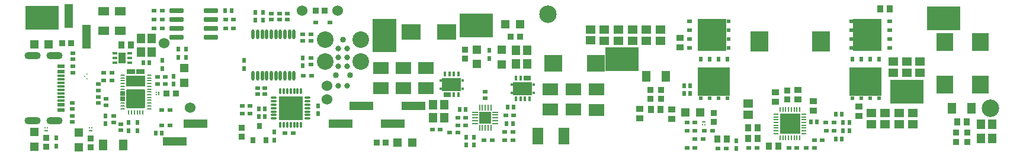
<source format=gbr>
%TF.GenerationSoftware,Altium Limited,Altium Designer,19.0.15 (446)*%
G04 Layer_Color=255*
%FSLAX45Y45*%
%MOMM*%
%TF.FileFunction,Pads,Top*%
%TF.Part,CustomerPanel*%
G01*
G75*
%TA.AperFunction,SMDPad,CuDef*%
%ADD10R,0.60000X0.75000*%
%ADD11R,0.85000X0.95000*%
%TA.AperFunction,ConnectorPad*%
%ADD12R,1.00000X0.30000*%
%ADD13R,1.00000X0.60000*%
%TA.AperFunction,SMDPad,CuDef*%
G04:AMPARAMS|DCode=14|XSize=0.2mm|YSize=0.2mm|CornerRadius=0.05mm|HoleSize=0mm|Usage=FLASHONLY|Rotation=0.000|XOffset=0mm|YOffset=0mm|HoleType=Round|Shape=RoundedRectangle|*
%AMROUNDEDRECTD14*
21,1,0.20000,0.10000,0,0,0.0*
21,1,0.10000,0.20000,0,0,0.0*
1,1,0.10000,0.05000,-0.05000*
1,1,0.10000,-0.05000,-0.05000*
1,1,0.10000,-0.05000,0.05000*
1,1,0.10000,0.05000,0.05000*
%
%ADD14ROUNDEDRECTD14*%
%ADD15R,0.70000X0.50000*%
%ADD16R,0.64000X0.60000*%
%ADD17R,1.20000X1.20000*%
%ADD18R,0.90000X1.00000*%
%ADD19R,0.75000X0.60000*%
%ADD20R,2.50000X3.00000*%
%ADD21R,0.50000X0.65000*%
%ADD22R,0.50000X0.55000*%
%ADD23R,4.60000X4.12000*%
%ADD24R,0.65000X0.50000*%
%ADD25R,0.55000X0.50000*%
%ADD26R,4.12000X4.60000*%
%ADD27R,0.60000X0.64000*%
%ADD28O,0.70000X0.20000*%
%ADD29C,0.80010*%
G04:AMPARAMS|DCode=30|XSize=0.7mm|YSize=0.7mm|CornerRadius=0.0875mm|HoleSize=0mm|Usage=FLASHONLY|Rotation=90.000|XOffset=0mm|YOffset=0mm|HoleType=Round|Shape=RoundedRectangle|*
%AMROUNDEDRECTD30*
21,1,0.70000,0.52500,0,0,90.0*
21,1,0.52500,0.70000,0,0,90.0*
1,1,0.17500,0.26250,0.26250*
1,1,0.17500,0.26250,-0.26250*
1,1,0.17500,-0.26250,-0.26250*
1,1,0.17500,-0.26250,0.26250*
%
%ADD30ROUNDEDRECTD30*%
G04:AMPARAMS|DCode=31|XSize=0.7mm|YSize=1.253mm|CornerRadius=0.0875mm|HoleSize=0mm|Usage=FLASHONLY|Rotation=90.000|XOffset=0mm|YOffset=0mm|HoleType=Round|Shape=RoundedRectangle|*
%AMROUNDEDRECTD31*
21,1,0.70000,1.07800,0,0,90.0*
21,1,0.52500,1.25300,0,0,90.0*
1,1,0.17500,0.53900,0.26250*
1,1,0.17500,0.53900,-0.26250*
1,1,0.17500,-0.53900,-0.26250*
1,1,0.17500,-0.53900,0.26250*
%
%ADD31ROUNDEDRECTD31*%
G04:AMPARAMS|DCode=32|XSize=1.53mm|YSize=2.65mm|CornerRadius=0.03825mm|HoleSize=0mm|Usage=FLASHONLY|Rotation=90.000|XOffset=0mm|YOffset=0mm|HoleType=Round|Shape=RoundedRectangle|*
%AMROUNDEDRECTD32*
21,1,1.53000,2.57350,0,0,90.0*
21,1,1.45350,2.65000,0,0,90.0*
1,1,0.07650,1.28675,0.72675*
1,1,0.07650,1.28675,-0.72675*
1,1,0.07650,-1.28675,-0.72675*
1,1,0.07650,-1.28675,0.72675*
%
%ADD32ROUNDEDRECTD32*%
G04:AMPARAMS|DCode=33|XSize=2.72mm|YSize=2.65mm|CornerRadius=0.06625mm|HoleSize=0mm|Usage=FLASHONLY|Rotation=90.000|XOffset=0mm|YOffset=0mm|HoleType=Round|Shape=RoundedRectangle|*
%AMROUNDEDRECTD33*
21,1,2.72000,2.51750,0,0,90.0*
21,1,2.58750,2.65000,0,0,90.0*
1,1,0.13250,1.25875,1.29375*
1,1,0.13250,1.25875,-1.29375*
1,1,0.13250,-1.25875,-1.29375*
1,1,0.13250,-1.25875,1.29375*
%
%ADD33ROUNDEDRECTD33*%
G04:AMPARAMS|DCode=34|XSize=0.2mm|YSize=0.6mm|CornerRadius=0.04mm|HoleSize=0mm|Usage=FLASHONLY|Rotation=90.000|XOffset=0mm|YOffset=0mm|HoleType=Round|Shape=RoundedRectangle|*
%AMROUNDEDRECTD34*
21,1,0.20000,0.52000,0,0,90.0*
21,1,0.12000,0.60000,0,0,90.0*
1,1,0.08000,0.26000,0.06000*
1,1,0.08000,0.26000,-0.06000*
1,1,0.08000,-0.26000,-0.06000*
1,1,0.08000,-0.26000,0.06000*
%
%ADD34ROUNDEDRECTD34*%
G04:AMPARAMS|DCode=35|XSize=0.6mm|YSize=0.2mm|CornerRadius=0.04mm|HoleSize=0mm|Usage=FLASHONLY|Rotation=90.000|XOffset=0mm|YOffset=0mm|HoleType=Round|Shape=RoundedRectangle|*
%AMROUNDEDRECTD35*
21,1,0.60000,0.12000,0,0,90.0*
21,1,0.52000,0.20000,0,0,90.0*
1,1,0.08000,0.06000,0.26000*
1,1,0.08000,0.06000,-0.26000*
1,1,0.08000,-0.06000,-0.26000*
1,1,0.08000,-0.06000,0.26000*
%
%ADD35ROUNDEDRECTD35*%
%ADD36R,1.27000X3.43000*%
%ADD37R,0.95000X0.85000*%
%ADD38R,1.30000X1.40000*%
%ADD39R,0.17000X0.52000*%
%ADD40R,0.27000X0.17000*%
%ADD41R,1.20000X1.20000*%
%ADD42R,0.52000X0.17000*%
%ADD43R,0.17000X0.27000*%
%ADD44R,4.70000X3.43000*%
%ADD45R,1.00000X1.60000*%
%ADD46R,0.66000X0.32000*%
G04:AMPARAMS|DCode=47|XSize=1.97mm|YSize=0.6mm|CornerRadius=0.075mm|HoleSize=0mm|Usage=FLASHONLY|Rotation=0.000|XOffset=0mm|YOffset=0mm|HoleType=Round|Shape=RoundedRectangle|*
%AMROUNDEDRECTD47*
21,1,1.97000,0.45000,0,0,0.0*
21,1,1.82000,0.60000,0,0,0.0*
1,1,0.15000,0.91000,-0.22500*
1,1,0.15000,-0.91000,-0.22500*
1,1,0.15000,-0.91000,0.22500*
1,1,0.15000,0.91000,0.22500*
%
%ADD47ROUNDEDRECTD47*%
%ADD48R,3.43000X1.27000*%
%ADD49O,0.45000X1.40000*%
%ADD50R,2.23000X1.80000*%
%ADD51R,0.35000X0.30000*%
%ADD52R,0.44000X0.65000*%
%ADD53R,1.09000X0.65000*%
%ADD54R,2.80000X1.90000*%
%ADD55R,3.43000X4.70000*%
%ADD56R,2.70000X2.20000*%
G04:AMPARAMS|DCode=57|XSize=0.83mm|YSize=0.22mm|CornerRadius=0.0275mm|HoleSize=0mm|Usage=FLASHONLY|Rotation=180.000|XOffset=0mm|YOffset=0mm|HoleType=Round|Shape=RoundedRectangle|*
%AMROUNDEDRECTD57*
21,1,0.83000,0.16500,0,0,180.0*
21,1,0.77500,0.22000,0,0,180.0*
1,1,0.05500,-0.38750,0.08250*
1,1,0.05500,0.38750,0.08250*
1,1,0.05500,0.38750,-0.08250*
1,1,0.05500,-0.38750,-0.08250*
%
%ADD57ROUNDEDRECTD57*%
G04:AMPARAMS|DCode=58|XSize=0.83mm|YSize=0.22mm|CornerRadius=0.0275mm|HoleSize=0mm|Usage=FLASHONLY|Rotation=90.000|XOffset=0mm|YOffset=0mm|HoleType=Round|Shape=RoundedRectangle|*
%AMROUNDEDRECTD58*
21,1,0.83000,0.16500,0,0,90.0*
21,1,0.77500,0.22000,0,0,90.0*
1,1,0.05500,0.08250,0.38750*
1,1,0.05500,0.08250,-0.38750*
1,1,0.05500,-0.08250,-0.38750*
1,1,0.05500,-0.08250,0.38750*
%
%ADD58ROUNDEDRECTD58*%
%ADD59R,1.75000X1.75000*%
%ADD60R,1.50000X2.40000*%
%ADD61R,1.00000X0.90000*%
%ADD62R,1.40000X1.30000*%
%ADD63R,1.65000X1.20000*%
%ADD64R,1.20000X1.65000*%
%TA.AperFunction,BGAPad,CuDef*%
%ADD65C,0.80000*%
%TA.AperFunction,SMDPad,CuDef*%
%ADD66O,0.20000X0.70000*%
%ADD67R,3.00000X3.00000*%
%ADD68R,2.45000X2.55000*%
%ADD69R,2.55000X2.45000*%
%ADD70R,0.80000X0.90000*%
%ADD71O,0.95000X0.30000*%
%ADD72O,0.30000X0.95000*%
%ADD73R,3.35000X3.35000*%
%TA.AperFunction,ViaPad*%
%ADD85C,1.52400*%
%TA.AperFunction,ComponentPad*%
G04:AMPARAMS|DCode=86|XSize=1mm|YSize=2.3mm|CornerRadius=0.5mm|HoleSize=0mm|Usage=FLASHONLY|Rotation=270.000|XOffset=0mm|YOffset=0mm|HoleType=Round|Shape=RoundedRectangle|*
%AMROUNDEDRECTD86*
21,1,1.00000,1.30000,0,0,270.0*
21,1,0.00000,2.30000,0,0,270.0*
1,1,1.00000,-0.65000,0.00000*
1,1,1.00000,-0.65000,0.00000*
1,1,1.00000,0.65000,0.00000*
1,1,1.00000,0.65000,0.00000*
%
%ADD86ROUNDEDRECTD86*%
%ADD87C,0.40000*%
%TA.AperFunction,ViaPad*%
%ADD88C,2.50000*%
%TA.AperFunction,ComponentPad*%
%ADD89C,2.37500*%
%ADD90C,0.85000*%
%ADD91C,1.52400*%
%ADD92C,0.45720*%
D10*
X6569640Y7176380D02*
D03*
Y7291380D02*
D03*
X6783000Y6491300D02*
D03*
Y6606300D02*
D03*
X4900860Y7413300D02*
D03*
Y7298300D02*
D03*
X9235620Y7284620D02*
D03*
Y7399620D02*
D03*
X4720520Y7029620D02*
D03*
Y6914620D02*
D03*
X3745160Y6347681D02*
D03*
Y6462681D02*
D03*
X3041580Y6028488D02*
D03*
Y6143488D02*
D03*
X4200620Y6366820D02*
D03*
Y6251820D02*
D03*
X4080440Y6366820D02*
D03*
Y6251820D02*
D03*
X4789100Y7413300D02*
D03*
Y7298300D02*
D03*
X4558660Y7256740D02*
D03*
Y7141740D02*
D03*
X6003120Y7944621D02*
D03*
Y7829621D02*
D03*
X5890620Y7944621D02*
D03*
Y7829621D02*
D03*
X5728900Y7255820D02*
D03*
Y7140820D02*
D03*
X8901580Y6156940D02*
D03*
Y6041940D02*
D03*
X9015880Y6156908D02*
D03*
Y6041908D02*
D03*
X6160900Y6228447D02*
D03*
Y6113446D02*
D03*
X12763120Y5992120D02*
D03*
Y6107120D02*
D03*
D11*
X6878480Y7968357D02*
D03*
X6748480D02*
D03*
X7621440Y6078184D02*
D03*
X7751440D02*
D03*
X9540320Y7597100D02*
D03*
X9670320D02*
D03*
X3258980Y7503449D02*
D03*
X3128980D02*
D03*
X4752500Y6784621D02*
D03*
X4622500D02*
D03*
D12*
X3113200Y6784098D02*
D03*
Y6834098D02*
D03*
Y6884098D02*
D03*
Y6934098D02*
D03*
Y7034098D02*
D03*
Y6984098D02*
D03*
Y6734098D02*
D03*
Y6684098D02*
D03*
D13*
Y7175098D02*
D03*
Y7095098D02*
D03*
Y6623098D02*
D03*
Y6543098D02*
D03*
D14*
X3450760Y7026080D02*
D03*
X3480760Y6992081D02*
D03*
Y7060080D02*
D03*
D15*
X6751580Y7795220D02*
D03*
X6951580D02*
D03*
D16*
X6688480Y7626120D02*
D03*
Y7538120D02*
D03*
X6569640Y7625861D02*
D03*
Y7537860D02*
D03*
X3754968Y6615293D02*
D03*
Y6703293D02*
D03*
X3968680Y6256881D02*
D03*
Y6344881D02*
D03*
X3862000Y6457460D02*
D03*
Y6369460D02*
D03*
X3643120Y6825621D02*
D03*
Y6913621D02*
D03*
X3643120Y6731445D02*
D03*
Y6643445D02*
D03*
X3282880Y7080660D02*
D03*
Y7168661D02*
D03*
Y7361700D02*
D03*
Y7273700D02*
D03*
X3270180Y6649060D02*
D03*
Y6561060D02*
D03*
X3270588Y6372000D02*
D03*
Y6460001D02*
D03*
X9175621Y6716777D02*
D03*
Y6804777D02*
D03*
X6688464Y7198723D02*
D03*
Y7286724D02*
D03*
X6025504Y6774660D02*
D03*
Y6862660D02*
D03*
X5918776Y6774660D02*
D03*
Y6862660D02*
D03*
X6347599Y7929352D02*
D03*
Y7841352D02*
D03*
X6233299Y7929352D02*
D03*
Y7841352D02*
D03*
X6118999Y7929352D02*
D03*
Y7841352D02*
D03*
D17*
X8134340Y6078180D02*
D03*
X7924340D02*
D03*
X9461143Y7775300D02*
D03*
X9671143D02*
D03*
X2728020Y7483425D02*
D03*
X2938020D02*
D03*
X12248396Y6509748D02*
D03*
X12038396D02*
D03*
D18*
X3972300Y7477921D02*
D03*
X4107300D02*
D03*
X12933121Y6137425D02*
D03*
X13068120D02*
D03*
X12933121Y6294080D02*
D03*
X13068120D02*
D03*
X13233121Y6026117D02*
D03*
X13368120D02*
D03*
X11680620Y6556479D02*
D03*
X11545620D02*
D03*
X14823120Y7994620D02*
D03*
X14958121D02*
D03*
X12490072Y6127120D02*
D03*
X12625072D02*
D03*
X15919360Y6372121D02*
D03*
X16054359D02*
D03*
D19*
X12308420Y6245069D02*
D03*
X12423420D02*
D03*
X3840340Y6967081D02*
D03*
Y7082120D02*
D03*
X8532140Y6268680D02*
D03*
X8417140D02*
D03*
X8783600Y6222960D02*
D03*
X8668600D02*
D03*
X4487768Y6916380D02*
D03*
X4602768D02*
D03*
X4487760Y7020520D02*
D03*
X4602760D02*
D03*
X3725340Y7082120D02*
D03*
Y6967081D02*
D03*
X4440620Y7839620D02*
D03*
X4555620D02*
D03*
X4440620Y7967620D02*
D03*
X4555620D02*
D03*
X4440620Y7714620D02*
D03*
X4555620D02*
D03*
X5578120Y7714120D02*
D03*
X5463120D02*
D03*
X5578120Y7839620D02*
D03*
X5463120D02*
D03*
X4668840Y6548520D02*
D03*
X4553840D02*
D03*
X4553800Y6324560D02*
D03*
X4668800D02*
D03*
X6690640Y7035177D02*
D03*
X6575640D02*
D03*
X9466160Y6468900D02*
D03*
X9581160D02*
D03*
X9457240Y6114287D02*
D03*
X9572240D02*
D03*
X9273120D02*
D03*
X9158120D02*
D03*
X8780360Y6322800D02*
D03*
X8895360D02*
D03*
X9571670Y6233813D02*
D03*
X9456670D02*
D03*
X8896120Y6436020D02*
D03*
X8781120D02*
D03*
X12286729Y6127120D02*
D03*
X12171729D02*
D03*
X12173120Y6007120D02*
D03*
X12058120D02*
D03*
X12173120Y6247120D02*
D03*
X12058120D02*
D03*
X12173120Y6367120D02*
D03*
X12058120D02*
D03*
X12944600Y6002320D02*
D03*
X13059599D02*
D03*
X13765620Y6004620D02*
D03*
X13880620D02*
D03*
X13995621Y6112080D02*
D03*
X13880620D02*
D03*
X12500840Y5992959D02*
D03*
X12615840D02*
D03*
X13515620Y6004620D02*
D03*
X13630620D02*
D03*
X5815620Y6493820D02*
D03*
X5700620D02*
D03*
X14162120Y6246080D02*
D03*
X14047121D02*
D03*
X14161620Y6368441D02*
D03*
X14046619D02*
D03*
X6316260Y6213120D02*
D03*
X6431260D02*
D03*
X5700620Y6603820D02*
D03*
X5815620D02*
D03*
D20*
X13091776Y7531060D02*
D03*
X13971779D02*
D03*
D21*
X14804120Y7270484D02*
D03*
X14677119D02*
D03*
X14550121D02*
D03*
X14423120D02*
D03*
X12635620Y7269620D02*
D03*
X12508620D02*
D03*
X12381620D02*
D03*
X12254620D02*
D03*
D22*
X14423120Y6715484D02*
D03*
X14550121D02*
D03*
X14677119D02*
D03*
X14804120D02*
D03*
X12254620Y6714620D02*
D03*
X12381620D02*
D03*
X12508620D02*
D03*
X12635620D02*
D03*
D23*
X14613620Y6948984D02*
D03*
X12445120Y6948120D02*
D03*
D24*
X14959120Y7431484D02*
D03*
Y7558484D02*
D03*
Y7685484D02*
D03*
Y7812484D02*
D03*
X12098120Y7812620D02*
D03*
Y7685620D02*
D03*
Y7558620D02*
D03*
Y7431620D02*
D03*
D25*
X14404120Y7812484D02*
D03*
Y7685484D02*
D03*
Y7558484D02*
D03*
Y7431484D02*
D03*
X12653120Y7431620D02*
D03*
Y7558620D02*
D03*
Y7685620D02*
D03*
Y7812620D02*
D03*
D26*
X14637621Y7621984D02*
D03*
X12419620Y7622120D02*
D03*
D27*
X12105120Y6782742D02*
D03*
X12017120D02*
D03*
X5547120Y7967120D02*
D03*
X5459120D02*
D03*
X4286620Y7220120D02*
D03*
X4374620D02*
D03*
X4553700Y6212120D02*
D03*
X4465700D02*
D03*
X9584170Y6586630D02*
D03*
X9496170D02*
D03*
X9482869Y6352060D02*
D03*
X9570869D02*
D03*
X8808900Y6555536D02*
D03*
X8896900D02*
D03*
X13919620Y6377280D02*
D03*
X13831619D02*
D03*
X14290100Y6246080D02*
D03*
X14378101D02*
D03*
X14185620Y6485941D02*
D03*
X14273621D02*
D03*
X12104540Y6891642D02*
D03*
X12016540D02*
D03*
X14290118Y6368441D02*
D03*
X14378119D02*
D03*
X14185620Y6128580D02*
D03*
X14273621D02*
D03*
X5937504Y6565259D02*
D03*
X6025504D02*
D03*
X5937504Y6450959D02*
D03*
X6025504D02*
D03*
D28*
X13733121Y6287121D02*
D03*
Y6327121D02*
D03*
X13328120Y6487121D02*
D03*
Y6447121D02*
D03*
Y6407121D02*
D03*
Y6367121D02*
D03*
Y6327121D02*
D03*
Y6287121D02*
D03*
Y6247121D02*
D03*
Y6207121D02*
D03*
X13733121D02*
D03*
Y6247121D02*
D03*
Y6367121D02*
D03*
Y6407121D02*
D03*
Y6447121D02*
D03*
Y6487121D02*
D03*
D29*
X7204120Y6894080D02*
D03*
X7077072Y6895560D02*
D03*
D30*
X3991100Y6705060D02*
D03*
Y6785060D02*
D03*
D31*
X4248750Y7095060D02*
D03*
X4113450D02*
D03*
D32*
X4181100Y6961060D02*
D03*
D33*
Y6708560D02*
D03*
D34*
X3991100Y6565060D02*
D03*
Y6605060D02*
D03*
Y6645060D02*
D03*
Y6845060D02*
D03*
Y6885060D02*
D03*
Y6925060D02*
D03*
Y6965060D02*
D03*
Y7005060D02*
D03*
Y7045060D02*
D03*
X4371100D02*
D03*
Y7005060D02*
D03*
Y6965060D02*
D03*
Y6925060D02*
D03*
Y6885060D02*
D03*
Y6845060D02*
D03*
Y6805060D02*
D03*
Y6765060D02*
D03*
Y6725060D02*
D03*
Y6685060D02*
D03*
Y6645060D02*
D03*
Y6605060D02*
D03*
Y6565060D02*
D03*
D35*
X4281100Y6515060D02*
D03*
X4241100D02*
D03*
X4201100D02*
D03*
X4161100D02*
D03*
X4121100D02*
D03*
X4081100D02*
D03*
D36*
X3478460Y7596120D02*
D03*
X3224460Y7888120D02*
D03*
D37*
X3537120Y6012120D02*
D03*
Y6142120D02*
D03*
X12438120Y6502120D02*
D03*
Y6372120D02*
D03*
X8883120Y7412120D02*
D03*
Y7282120D02*
D03*
X2903020Y6150981D02*
D03*
Y6020981D02*
D03*
X5690800Y6290500D02*
D03*
Y6160501D02*
D03*
X13488260Y6698554D02*
D03*
Y6828554D02*
D03*
X15906860Y6092121D02*
D03*
Y6222121D02*
D03*
X16066859Y6092120D02*
D03*
Y6222120D02*
D03*
X11535620Y6706403D02*
D03*
Y6836403D02*
D03*
X11690620Y6706403D02*
D03*
Y6836403D02*
D03*
D38*
X4250964Y7570120D02*
D03*
X4410964D02*
D03*
X4250964Y7375120D02*
D03*
X4410963D02*
D03*
X9615620Y7202120D02*
D03*
X9775620D02*
D03*
X9616870Y7399620D02*
D03*
X9776869D02*
D03*
X8430822Y6432120D02*
D03*
X8590822D02*
D03*
X8430822Y6619620D02*
D03*
X8590822D02*
D03*
X16419272Y6138256D02*
D03*
X16259271D02*
D03*
X16419272Y6340756D02*
D03*
X16259271D02*
D03*
D39*
X4511880Y6784300D02*
D03*
D40*
X4471880Y6766800D02*
D03*
Y6801800D02*
D03*
D41*
X4870380Y6935840D02*
D03*
Y7145840D02*
D03*
X9411787Y7406983D02*
D03*
Y7196983D02*
D03*
X3362120Y6224621D02*
D03*
Y6014620D02*
D03*
X2728020Y6230980D02*
D03*
Y6020980D02*
D03*
X9058120Y7202120D02*
D03*
Y7412120D02*
D03*
D42*
X12300620Y6372121D02*
D03*
X3538120Y6252120D02*
D03*
X2903020Y6249660D02*
D03*
D43*
X12318120Y6332120D02*
D03*
X12283120D02*
D03*
X3520620Y6292121D02*
D03*
X3555620D02*
D03*
X2885520Y6289661D02*
D03*
X2920520D02*
D03*
D44*
X15731419Y7853640D02*
D03*
X2840920Y7863800D02*
D03*
X9048680Y7754580D02*
D03*
X11132621Y7276618D02*
D03*
X15200620Y6807120D02*
D03*
D45*
X3988120Y7289621D02*
D03*
D46*
X4090620Y7354621D02*
D03*
Y7289621D02*
D03*
Y7224621D02*
D03*
X3885620D02*
D03*
Y7289621D02*
D03*
Y7354621D02*
D03*
D47*
X5258120Y7967620D02*
D03*
Y7840620D02*
D03*
Y7713620D02*
D03*
Y7586620D02*
D03*
X4763120D02*
D03*
Y7713620D02*
D03*
Y7840620D02*
D03*
Y7967620D02*
D03*
D48*
X5031620Y6347420D02*
D03*
X4739620Y6093420D02*
D03*
X8149120Y6603960D02*
D03*
X7857120Y6349960D02*
D03*
X7403980Y6606500D02*
D03*
X7111980Y6352500D02*
D03*
D49*
X6442100Y7625756D02*
D03*
X6377100D02*
D03*
X6312100D02*
D03*
X6247100D02*
D03*
X6182100D02*
D03*
X6117100D02*
D03*
X6052100D02*
D03*
X5987100D02*
D03*
X5922100D02*
D03*
X5857100D02*
D03*
X6442100Y7035756D02*
D03*
X6377100D02*
D03*
X6312100D02*
D03*
X6247100D02*
D03*
X6182100D02*
D03*
X6117100D02*
D03*
X6052100D02*
D03*
X5987100D02*
D03*
X5922100D02*
D03*
X5857100D02*
D03*
D50*
X10765420Y6549400D02*
D03*
Y6841400D02*
D03*
X10433509Y6551718D02*
D03*
Y6843718D02*
D03*
X10105320Y6551722D02*
D03*
Y6843722D02*
D03*
X8325620Y7150038D02*
D03*
Y6858038D02*
D03*
X8003120Y7150038D02*
D03*
Y6858038D02*
D03*
X7680620Y7150038D02*
D03*
Y6858038D02*
D03*
D51*
X9868121Y6913036D02*
D03*
Y6793036D02*
D03*
X9553121D02*
D03*
X9553121Y6913036D02*
D03*
X8537901Y6852120D02*
D03*
Y6972120D02*
D03*
X8852901D02*
D03*
X8852900Y6852120D02*
D03*
D52*
X9678120Y7000536D02*
D03*
X9613121Y7000536D02*
D03*
X9808120Y6705536D02*
D03*
X9743120D02*
D03*
X9678120D02*
D03*
X9613121D02*
D03*
X8727902Y6764620D02*
D03*
X8792900Y6764620D02*
D03*
X8597902Y7059620D02*
D03*
X8662902D02*
D03*
X8727902D02*
D03*
X8792900D02*
D03*
D53*
X9775620Y7000536D02*
D03*
X8630402Y6764620D02*
D03*
D54*
X9710621Y6853036D02*
D03*
X8695401Y6912120D02*
D03*
D55*
X7735620Y7613860D02*
D03*
D56*
X8625621Y7660537D02*
D03*
X8115621D02*
D03*
D57*
X9319620Y6354621D02*
D03*
Y6394621D02*
D03*
Y6434621D02*
D03*
Y6474621D02*
D03*
Y6514621D02*
D03*
X9031620D02*
D03*
Y6474621D02*
D03*
Y6434621D02*
D03*
Y6394621D02*
D03*
Y6354621D02*
D03*
D58*
X9095620Y6290621D02*
D03*
X9135620D02*
D03*
X9175620D02*
D03*
X9215620D02*
D03*
X9255620D02*
D03*
Y6578621D02*
D03*
X9215620D02*
D03*
X9175620D02*
D03*
X9135620D02*
D03*
X9095620D02*
D03*
D59*
X9175620Y6434621D02*
D03*
D60*
X10297940Y6169620D02*
D03*
X9927940D02*
D03*
D61*
X11958120Y7577120D02*
D03*
Y7442120D02*
D03*
X14516801Y6457720D02*
D03*
Y6592720D02*
D03*
X13644666Y6835797D02*
D03*
Y6700797D02*
D03*
X11837600Y6420954D02*
D03*
Y6555954D02*
D03*
X11387280Y6423221D02*
D03*
Y6558221D02*
D03*
X13323500Y6795920D02*
D03*
Y6660920D02*
D03*
X13861980Y6671460D02*
D03*
Y6536460D02*
D03*
D62*
X12933121Y6480780D02*
D03*
Y6640780D02*
D03*
X15283272Y6504416D02*
D03*
Y6344416D02*
D03*
X14693272Y6343200D02*
D03*
Y6503200D02*
D03*
X15088272Y6344416D02*
D03*
Y6504416D02*
D03*
X15390620Y7237120D02*
D03*
Y7077120D02*
D03*
X15005620Y7237120D02*
D03*
Y7077120D02*
D03*
X14890771Y6343200D02*
D03*
Y6503200D02*
D03*
X15198120Y7237984D02*
D03*
Y7077984D02*
D03*
X10876692Y7697984D02*
D03*
Y7537984D02*
D03*
X11077763Y7697984D02*
D03*
Y7537984D02*
D03*
X11278834Y7697984D02*
D03*
Y7537984D02*
D03*
X11479905Y7697984D02*
D03*
Y7537984D02*
D03*
X10678650Y7700867D02*
D03*
Y7540867D02*
D03*
X11678134Y7696841D02*
D03*
Y7536841D02*
D03*
D63*
X3955831Y7958080D02*
D03*
Y7678080D02*
D03*
X3723781Y7959477D02*
D03*
Y7679477D02*
D03*
D64*
X3997120Y6047120D02*
D03*
X3717120D02*
D03*
X15846860Y6572121D02*
D03*
X16126860D02*
D03*
X11473120Y7028903D02*
D03*
X11753120D02*
D03*
D65*
X7204120Y7301860D02*
D03*
X7077120Y7174860D02*
D03*
Y7301860D02*
D03*
X7204120Y7428860D02*
D03*
X7077120D02*
D03*
X7204120Y7174860D02*
D03*
D66*
X13390620Y6144621D02*
D03*
X13430620D02*
D03*
X13470621D02*
D03*
X13510620D02*
D03*
X13550620D02*
D03*
X13590620D02*
D03*
X13630620D02*
D03*
X13670621D02*
D03*
Y6549621D02*
D03*
X13630620D02*
D03*
X13590620D02*
D03*
X13550620D02*
D03*
X13510620D02*
D03*
X13470621D02*
D03*
X13430620D02*
D03*
X13390620D02*
D03*
D67*
X13530620Y6347121D02*
D03*
D68*
X15741580Y6909618D02*
D03*
Y7514618D02*
D03*
X16252119Y6909610D02*
D03*
Y7514610D02*
D03*
D69*
X10753260Y7213022D02*
D03*
X10148260D02*
D03*
D70*
X5945900Y6313120D02*
D03*
X6040900Y6113120D02*
D03*
X5850900D02*
D03*
D71*
X6154080Y6723800D02*
D03*
Y6673800D02*
D03*
Y6623800D02*
D03*
Y6573800D02*
D03*
Y6523800D02*
D03*
Y6473800D02*
D03*
Y6423800D02*
D03*
X6634080D02*
D03*
Y6473800D02*
D03*
Y6523800D02*
D03*
Y6573800D02*
D03*
Y6623800D02*
D03*
Y6673800D02*
D03*
Y6723800D02*
D03*
D72*
X6244080Y6333800D02*
D03*
X6294080D02*
D03*
X6344080D02*
D03*
X6394080D02*
D03*
X6444080D02*
D03*
X6494080D02*
D03*
X6544080D02*
D03*
Y6813800D02*
D03*
X6494080D02*
D03*
X6444080D02*
D03*
X6394080D02*
D03*
X6344080D02*
D03*
X6294080D02*
D03*
X6244080D02*
D03*
D73*
X6394080Y6573800D02*
D03*
D85*
X6917620Y6698554D02*
D03*
Y6893520D02*
D03*
X4583360Y7503449D02*
D03*
X4961820Y6581100D02*
D03*
D86*
X3018200Y7324098D02*
D03*
X2703200D02*
D03*
X3018200Y6394098D02*
D03*
X2703200D02*
D03*
D87*
X4288600Y6961060D02*
D03*
X4073600D02*
D03*
X4181100D02*
D03*
Y6819560D02*
D03*
Y6597560D02*
D03*
X4288600Y6708560D02*
D03*
X4073600D02*
D03*
X4181100D02*
D03*
D88*
X10072300Y7917140D02*
D03*
X16394360Y6568400D02*
D03*
D89*
X6886620Y7555860D02*
D03*
Y7238360D02*
D03*
X7394620D02*
D03*
Y7555860D02*
D03*
D90*
X7140620D02*
D03*
X7242220Y7047860D02*
D03*
X7039020D02*
D03*
D91*
X6559480Y7967940D02*
D03*
X7062384D02*
D03*
D92*
X13420621Y6457121D02*
D03*
X13640620D02*
D03*
X13420621Y6237121D02*
D03*
X13640620D02*
D03*
X13420621Y6347121D02*
D03*
X13530620Y6457121D02*
D03*
Y6237121D02*
D03*
X13638120Y6347121D02*
D03*
%TF.MD5,2ca95b3ea7b6d21405a0739887285f7a*%
M02*

</source>
